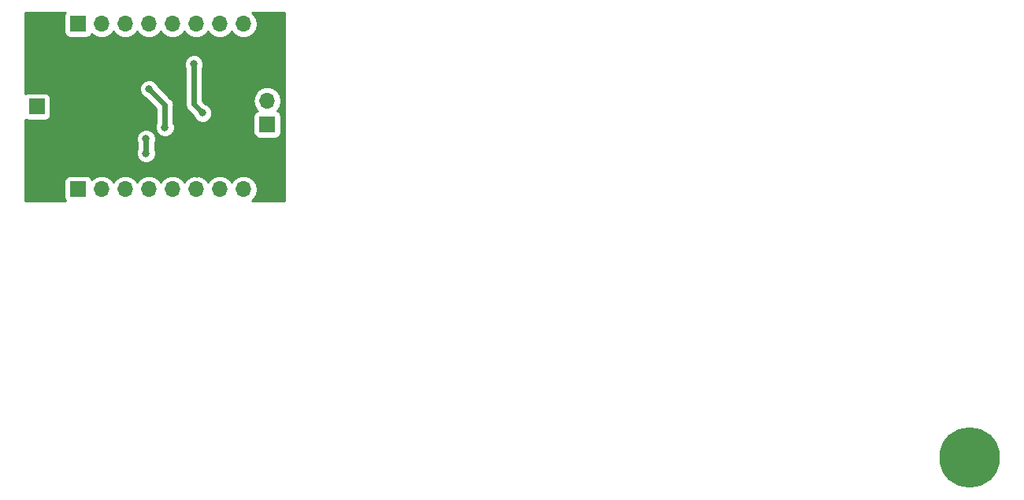
<source format=gbr>
G04 #@! TF.GenerationSoftware,KiCad,Pcbnew,(5.0.0-3-g5ebb6b6)*
G04 #@! TF.CreationDate,2019-03-02T11:42:57+00:00*
G04 #@! TF.ProjectId,WsonBagelBoard,57736F6E426167656C426F6172642E6B,rev?*
G04 #@! TF.SameCoordinates,Original*
G04 #@! TF.FileFunction,Copper,L2,Bot,Signal*
G04 #@! TF.FilePolarity,Positive*
%FSLAX46Y46*%
G04 Gerber Fmt 4.6, Leading zero omitted, Abs format (unit mm)*
G04 Created by KiCad (PCBNEW (5.0.0-3-g5ebb6b6)) date Saturday, 02 March 2019 at 11:42:57*
%MOMM*%
%LPD*%
G01*
G04 APERTURE LIST*
G04 #@! TA.AperFunction,ComponentPad*
%ADD10R,1.700000X1.700000*%
G04 #@! TD*
G04 #@! TA.AperFunction,ComponentPad*
%ADD11O,1.700000X1.700000*%
G04 #@! TD*
G04 #@! TA.AperFunction,ViaPad*
%ADD12C,0.600000*%
G04 #@! TD*
G04 #@! TA.AperFunction,Conductor*
%ADD13R,2.650000X1.000000*%
G04 #@! TD*
G04 #@! TA.AperFunction,WasherPad*
%ADD14C,6.497320*%
G04 #@! TD*
G04 #@! TA.AperFunction,ViaPad*
%ADD15C,0.800000*%
G04 #@! TD*
G04 #@! TA.AperFunction,Conductor*
%ADD16C,0.600000*%
G04 #@! TD*
G04 #@! TA.AperFunction,Conductor*
%ADD17C,0.400000*%
G04 #@! TD*
G04 #@! TA.AperFunction,Conductor*
%ADD18C,0.254000*%
G04 #@! TD*
G04 APERTURE END LIST*
D10*
G04 #@! TO.P,J_MNT1,1*
G04 #@! TO.N,N/C*
X104140000Y-53340000D03*
D11*
G04 #@! TO.P,J_MNT1,2*
X106680000Y-53340000D03*
G04 #@! TO.P,J_MNT1,3*
X109220000Y-53340000D03*
G04 #@! TO.P,J_MNT1,4*
X111760000Y-53340000D03*
G04 #@! TO.P,J_MNT1,5*
X114300000Y-53340000D03*
G04 #@! TO.P,J_MNT1,6*
X116840000Y-53340000D03*
G04 #@! TO.P,J_MNT1,7*
X119380000Y-53340000D03*
G04 #@! TO.P,J_MNT1,8*
X121920000Y-53340000D03*
G04 #@! TD*
G04 #@! TO.P,J_MNT2,8*
G04 #@! TO.N,N/C*
X121920000Y-71120000D03*
G04 #@! TO.P,J_MNT2,7*
X119380000Y-71120000D03*
G04 #@! TO.P,J_MNT2,6*
X116840000Y-71120000D03*
G04 #@! TO.P,J_MNT2,5*
X114300000Y-71120000D03*
G04 #@! TO.P,J_MNT2,4*
X111760000Y-71120000D03*
G04 #@! TO.P,J_MNT2,3*
X109220000Y-71120000D03*
G04 #@! TO.P,J_MNT2,2*
X106680000Y-71120000D03*
D10*
G04 #@! TO.P,J_MNT2,1*
X104140000Y-71120000D03*
G04 #@! TD*
G04 #@! TO.P,J_IN2,1*
G04 #@! TO.N,Net-(DP1-Pad2)*
X99695000Y-62230000D03*
D11*
G04 #@! TO.P,J_IN2,2*
G04 #@! TO.N,/GND*
X99695000Y-59690000D03*
G04 #@! TD*
D10*
G04 #@! TO.P,J_OUT1,1*
G04 #@! TO.N,/OUTREG+*
X124460000Y-64135000D03*
D11*
G04 #@! TO.P,J_OUT1,2*
G04 #@! TO.N,/OUTREG-*
X124460000Y-61595000D03*
G04 #@! TO.P,J_OUT1,3*
G04 #@! TO.N,/GND*
X124460000Y-59055000D03*
G04 #@! TD*
D12*
G04 #@! TO.N,/GND*
G04 #@! TO.C,U2*
X115506500Y-65468500D03*
X114506500Y-65468500D03*
X116506500Y-65468500D03*
D13*
X115506500Y-65468500D03*
G04 #@! TD*
D14*
G04 #@! TO.N,*
G04 #@! TO.C,REF\002A\002A*
X200000000Y-100000000D03*
G04 #@! TD*
D15*
G04 #@! TO.N,/GND*
X119443500Y-58229500D03*
X102235000Y-56388000D03*
X103441500Y-56388000D03*
X104648000Y-56388000D03*
X105854500Y-56388000D03*
X107061000Y-56388000D03*
X102235000Y-57531000D03*
X107061000Y-57531000D03*
X107061000Y-58674000D03*
X102235000Y-58674000D03*
X116890800Y-69443600D03*
G04 #@! TO.N,Net-(R1-Pad1)*
X111455200Y-65684400D03*
X111442500Y-67270023D03*
G04 #@! TO.N,/EN+*
X113471210Y-64452500D03*
X111760000Y-60325000D03*
G04 #@! TO.N,/EN-*
X116586000Y-57658000D03*
X117525798Y-62915800D03*
G04 #@! TD*
D16*
G04 #@! TO.N,Net-(R1-Pad1)*
X111455200Y-65684400D02*
X111455200Y-67257323D01*
D17*
X111455200Y-67257323D02*
X111442500Y-67270023D01*
D16*
G04 #@! TO.N,/EN+*
X113471210Y-64452500D02*
X113471210Y-62036210D01*
X113471210Y-62036210D02*
X112159999Y-60724999D01*
X112159999Y-60724999D02*
X111760000Y-60325000D01*
G04 #@! TO.N,/EN-*
X116586000Y-61976002D02*
X117525798Y-62915800D01*
X116586000Y-57658000D02*
X116586000Y-61976002D01*
G04 #@! TD*
D18*
G04 #@! TO.N,/GND*
G36*
X102691843Y-52242235D02*
X102642560Y-52490000D01*
X102642560Y-54190000D01*
X102691843Y-54437765D01*
X102832191Y-54647809D01*
X103042235Y-54788157D01*
X103290000Y-54837440D01*
X104990000Y-54837440D01*
X105237765Y-54788157D01*
X105447809Y-54647809D01*
X105588157Y-54437765D01*
X105597184Y-54392381D01*
X105609375Y-54410625D01*
X106100582Y-54738839D01*
X106533744Y-54825000D01*
X106826256Y-54825000D01*
X107259418Y-54738839D01*
X107750625Y-54410625D01*
X107950000Y-54112239D01*
X108149375Y-54410625D01*
X108640582Y-54738839D01*
X109073744Y-54825000D01*
X109366256Y-54825000D01*
X109799418Y-54738839D01*
X110290625Y-54410625D01*
X110490000Y-54112239D01*
X110689375Y-54410625D01*
X111180582Y-54738839D01*
X111613744Y-54825000D01*
X111906256Y-54825000D01*
X112339418Y-54738839D01*
X112830625Y-54410625D01*
X113030000Y-54112239D01*
X113229375Y-54410625D01*
X113720582Y-54738839D01*
X114153744Y-54825000D01*
X114446256Y-54825000D01*
X114879418Y-54738839D01*
X115370625Y-54410625D01*
X115570000Y-54112239D01*
X115769375Y-54410625D01*
X116260582Y-54738839D01*
X116693744Y-54825000D01*
X116986256Y-54825000D01*
X117419418Y-54738839D01*
X117910625Y-54410625D01*
X118110000Y-54112239D01*
X118309375Y-54410625D01*
X118800582Y-54738839D01*
X119233744Y-54825000D01*
X119526256Y-54825000D01*
X119959418Y-54738839D01*
X120450625Y-54410625D01*
X120650000Y-54112239D01*
X120849375Y-54410625D01*
X121340582Y-54738839D01*
X121773744Y-54825000D01*
X122066256Y-54825000D01*
X122499418Y-54738839D01*
X122990625Y-54410625D01*
X123318839Y-53919418D01*
X123434092Y-53340000D01*
X123318839Y-52760582D01*
X122990625Y-52269375D01*
X122804485Y-52145000D01*
X126290001Y-52145000D01*
X126290000Y-72315000D01*
X122804485Y-72315000D01*
X122990625Y-72190625D01*
X123318839Y-71699418D01*
X123434092Y-71120000D01*
X123318839Y-70540582D01*
X122990625Y-70049375D01*
X122499418Y-69721161D01*
X122066256Y-69635000D01*
X121773744Y-69635000D01*
X121340582Y-69721161D01*
X120849375Y-70049375D01*
X120650000Y-70347761D01*
X120450625Y-70049375D01*
X119959418Y-69721161D01*
X119526256Y-69635000D01*
X119233744Y-69635000D01*
X118800582Y-69721161D01*
X118309375Y-70049375D01*
X118110000Y-70347761D01*
X117910625Y-70049375D01*
X117419418Y-69721161D01*
X116986256Y-69635000D01*
X116693744Y-69635000D01*
X116260582Y-69721161D01*
X115769375Y-70049375D01*
X115570000Y-70347761D01*
X115370625Y-70049375D01*
X114879418Y-69721161D01*
X114446256Y-69635000D01*
X114153744Y-69635000D01*
X113720582Y-69721161D01*
X113229375Y-70049375D01*
X113030000Y-70347761D01*
X112830625Y-70049375D01*
X112339418Y-69721161D01*
X111906256Y-69635000D01*
X111613744Y-69635000D01*
X111180582Y-69721161D01*
X110689375Y-70049375D01*
X110490000Y-70347761D01*
X110290625Y-70049375D01*
X109799418Y-69721161D01*
X109366256Y-69635000D01*
X109073744Y-69635000D01*
X108640582Y-69721161D01*
X108149375Y-70049375D01*
X107950000Y-70347761D01*
X107750625Y-70049375D01*
X107259418Y-69721161D01*
X106826256Y-69635000D01*
X106533744Y-69635000D01*
X106100582Y-69721161D01*
X105609375Y-70049375D01*
X105597184Y-70067619D01*
X105588157Y-70022235D01*
X105447809Y-69812191D01*
X105237765Y-69671843D01*
X104990000Y-69622560D01*
X103290000Y-69622560D01*
X103042235Y-69671843D01*
X102832191Y-69812191D01*
X102691843Y-70022235D01*
X102642560Y-70270000D01*
X102642560Y-71970000D01*
X102691843Y-72217765D01*
X102756814Y-72315000D01*
X98500000Y-72315000D01*
X98500000Y-67064149D01*
X110407500Y-67064149D01*
X110407500Y-67475897D01*
X110565069Y-67856303D01*
X110856220Y-68147454D01*
X111236626Y-68305023D01*
X111648374Y-68305023D01*
X112028780Y-68147454D01*
X112319931Y-67856303D01*
X112477500Y-67475897D01*
X112477500Y-67064149D01*
X112390200Y-66853388D01*
X112390200Y-66131696D01*
X112490200Y-65890274D01*
X112490200Y-65478526D01*
X112332631Y-65098120D01*
X112041480Y-64806969D01*
X111661074Y-64649400D01*
X111249326Y-64649400D01*
X110868920Y-64806969D01*
X110577769Y-65098120D01*
X110420200Y-65478526D01*
X110420200Y-65890274D01*
X110520200Y-66131697D01*
X110520201Y-66792065D01*
X110407500Y-67064149D01*
X98500000Y-67064149D01*
X98500000Y-63613186D01*
X98597235Y-63678157D01*
X98845000Y-63727440D01*
X100545000Y-63727440D01*
X100792765Y-63678157D01*
X101002809Y-63537809D01*
X101143157Y-63327765D01*
X101192440Y-63080000D01*
X101192440Y-61380000D01*
X101143157Y-61132235D01*
X101002809Y-60922191D01*
X100792765Y-60781843D01*
X100545000Y-60732560D01*
X98845000Y-60732560D01*
X98597235Y-60781843D01*
X98500000Y-60846814D01*
X98500000Y-60119126D01*
X110725000Y-60119126D01*
X110725000Y-60530874D01*
X110882569Y-60911280D01*
X111173720Y-61202431D01*
X111415142Y-61302431D01*
X111433740Y-61321029D01*
X112536211Y-62423501D01*
X112536210Y-64005204D01*
X112436210Y-64246626D01*
X112436210Y-64658374D01*
X112593779Y-65038780D01*
X112884930Y-65329931D01*
X113265336Y-65487500D01*
X113677084Y-65487500D01*
X114057490Y-65329931D01*
X114348641Y-65038780D01*
X114506210Y-64658374D01*
X114506210Y-64246626D01*
X114406210Y-64005204D01*
X114406210Y-62128291D01*
X114424526Y-62036209D01*
X114406210Y-61944127D01*
X114406210Y-61944124D01*
X114351960Y-61671391D01*
X114145307Y-61362113D01*
X114067241Y-61309951D01*
X112756029Y-59998740D01*
X112737431Y-59980142D01*
X112637431Y-59738720D01*
X112346280Y-59447569D01*
X111965874Y-59290000D01*
X111554126Y-59290000D01*
X111173720Y-59447569D01*
X110882569Y-59738720D01*
X110725000Y-60119126D01*
X98500000Y-60119126D01*
X98500000Y-57452126D01*
X115551000Y-57452126D01*
X115551000Y-57863874D01*
X115651000Y-58105296D01*
X115651001Y-61883912D01*
X115632683Y-61976002D01*
X115705250Y-62340820D01*
X115705251Y-62340821D01*
X115911904Y-62650099D01*
X115989970Y-62702261D01*
X116548367Y-63260659D01*
X116648367Y-63502080D01*
X116939518Y-63793231D01*
X117319924Y-63950800D01*
X117731672Y-63950800D01*
X118112078Y-63793231D01*
X118403229Y-63502080D01*
X118560798Y-63121674D01*
X118560798Y-62709926D01*
X118403229Y-62329520D01*
X118112078Y-62038369D01*
X117870657Y-61938369D01*
X117527288Y-61595000D01*
X122945908Y-61595000D01*
X123061161Y-62174418D01*
X123389375Y-62665625D01*
X123407619Y-62677816D01*
X123362235Y-62686843D01*
X123152191Y-62827191D01*
X123011843Y-63037235D01*
X122962560Y-63285000D01*
X122962560Y-64985000D01*
X123011843Y-65232765D01*
X123152191Y-65442809D01*
X123362235Y-65583157D01*
X123610000Y-65632440D01*
X125310000Y-65632440D01*
X125557765Y-65583157D01*
X125767809Y-65442809D01*
X125908157Y-65232765D01*
X125957440Y-64985000D01*
X125957440Y-63285000D01*
X125908157Y-63037235D01*
X125767809Y-62827191D01*
X125557765Y-62686843D01*
X125512381Y-62677816D01*
X125530625Y-62665625D01*
X125858839Y-62174418D01*
X125974092Y-61595000D01*
X125858839Y-61015582D01*
X125530625Y-60524375D01*
X125039418Y-60196161D01*
X124606256Y-60110000D01*
X124313744Y-60110000D01*
X123880582Y-60196161D01*
X123389375Y-60524375D01*
X123061161Y-61015582D01*
X122945908Y-61595000D01*
X117527288Y-61595000D01*
X117521000Y-61588713D01*
X117521000Y-58105296D01*
X117621000Y-57863874D01*
X117621000Y-57452126D01*
X117463431Y-57071720D01*
X117172280Y-56780569D01*
X116791874Y-56623000D01*
X116380126Y-56623000D01*
X115999720Y-56780569D01*
X115708569Y-57071720D01*
X115551000Y-57452126D01*
X98500000Y-57452126D01*
X98500000Y-52145000D01*
X102756814Y-52145000D01*
X102691843Y-52242235D01*
X102691843Y-52242235D01*
G37*
X102691843Y-52242235D02*
X102642560Y-52490000D01*
X102642560Y-54190000D01*
X102691843Y-54437765D01*
X102832191Y-54647809D01*
X103042235Y-54788157D01*
X103290000Y-54837440D01*
X104990000Y-54837440D01*
X105237765Y-54788157D01*
X105447809Y-54647809D01*
X105588157Y-54437765D01*
X105597184Y-54392381D01*
X105609375Y-54410625D01*
X106100582Y-54738839D01*
X106533744Y-54825000D01*
X106826256Y-54825000D01*
X107259418Y-54738839D01*
X107750625Y-54410625D01*
X107950000Y-54112239D01*
X108149375Y-54410625D01*
X108640582Y-54738839D01*
X109073744Y-54825000D01*
X109366256Y-54825000D01*
X109799418Y-54738839D01*
X110290625Y-54410625D01*
X110490000Y-54112239D01*
X110689375Y-54410625D01*
X111180582Y-54738839D01*
X111613744Y-54825000D01*
X111906256Y-54825000D01*
X112339418Y-54738839D01*
X112830625Y-54410625D01*
X113030000Y-54112239D01*
X113229375Y-54410625D01*
X113720582Y-54738839D01*
X114153744Y-54825000D01*
X114446256Y-54825000D01*
X114879418Y-54738839D01*
X115370625Y-54410625D01*
X115570000Y-54112239D01*
X115769375Y-54410625D01*
X116260582Y-54738839D01*
X116693744Y-54825000D01*
X116986256Y-54825000D01*
X117419418Y-54738839D01*
X117910625Y-54410625D01*
X118110000Y-54112239D01*
X118309375Y-54410625D01*
X118800582Y-54738839D01*
X119233744Y-54825000D01*
X119526256Y-54825000D01*
X119959418Y-54738839D01*
X120450625Y-54410625D01*
X120650000Y-54112239D01*
X120849375Y-54410625D01*
X121340582Y-54738839D01*
X121773744Y-54825000D01*
X122066256Y-54825000D01*
X122499418Y-54738839D01*
X122990625Y-54410625D01*
X123318839Y-53919418D01*
X123434092Y-53340000D01*
X123318839Y-52760582D01*
X122990625Y-52269375D01*
X122804485Y-52145000D01*
X126290001Y-52145000D01*
X126290000Y-72315000D01*
X122804485Y-72315000D01*
X122990625Y-72190625D01*
X123318839Y-71699418D01*
X123434092Y-71120000D01*
X123318839Y-70540582D01*
X122990625Y-70049375D01*
X122499418Y-69721161D01*
X122066256Y-69635000D01*
X121773744Y-69635000D01*
X121340582Y-69721161D01*
X120849375Y-70049375D01*
X120650000Y-70347761D01*
X120450625Y-70049375D01*
X119959418Y-69721161D01*
X119526256Y-69635000D01*
X119233744Y-69635000D01*
X118800582Y-69721161D01*
X118309375Y-70049375D01*
X118110000Y-70347761D01*
X117910625Y-70049375D01*
X117419418Y-69721161D01*
X116986256Y-69635000D01*
X116693744Y-69635000D01*
X116260582Y-69721161D01*
X115769375Y-70049375D01*
X115570000Y-70347761D01*
X115370625Y-70049375D01*
X114879418Y-69721161D01*
X114446256Y-69635000D01*
X114153744Y-69635000D01*
X113720582Y-69721161D01*
X113229375Y-70049375D01*
X113030000Y-70347761D01*
X112830625Y-70049375D01*
X112339418Y-69721161D01*
X111906256Y-69635000D01*
X111613744Y-69635000D01*
X111180582Y-69721161D01*
X110689375Y-70049375D01*
X110490000Y-70347761D01*
X110290625Y-70049375D01*
X109799418Y-69721161D01*
X109366256Y-69635000D01*
X109073744Y-69635000D01*
X108640582Y-69721161D01*
X108149375Y-70049375D01*
X107950000Y-70347761D01*
X107750625Y-70049375D01*
X107259418Y-69721161D01*
X106826256Y-69635000D01*
X106533744Y-69635000D01*
X106100582Y-69721161D01*
X105609375Y-70049375D01*
X105597184Y-70067619D01*
X105588157Y-70022235D01*
X105447809Y-69812191D01*
X105237765Y-69671843D01*
X104990000Y-69622560D01*
X103290000Y-69622560D01*
X103042235Y-69671843D01*
X102832191Y-69812191D01*
X102691843Y-70022235D01*
X102642560Y-70270000D01*
X102642560Y-71970000D01*
X102691843Y-72217765D01*
X102756814Y-72315000D01*
X98500000Y-72315000D01*
X98500000Y-67064149D01*
X110407500Y-67064149D01*
X110407500Y-67475897D01*
X110565069Y-67856303D01*
X110856220Y-68147454D01*
X111236626Y-68305023D01*
X111648374Y-68305023D01*
X112028780Y-68147454D01*
X112319931Y-67856303D01*
X112477500Y-67475897D01*
X112477500Y-67064149D01*
X112390200Y-66853388D01*
X112390200Y-66131696D01*
X112490200Y-65890274D01*
X112490200Y-65478526D01*
X112332631Y-65098120D01*
X112041480Y-64806969D01*
X111661074Y-64649400D01*
X111249326Y-64649400D01*
X110868920Y-64806969D01*
X110577769Y-65098120D01*
X110420200Y-65478526D01*
X110420200Y-65890274D01*
X110520200Y-66131697D01*
X110520201Y-66792065D01*
X110407500Y-67064149D01*
X98500000Y-67064149D01*
X98500000Y-63613186D01*
X98597235Y-63678157D01*
X98845000Y-63727440D01*
X100545000Y-63727440D01*
X100792765Y-63678157D01*
X101002809Y-63537809D01*
X101143157Y-63327765D01*
X101192440Y-63080000D01*
X101192440Y-61380000D01*
X101143157Y-61132235D01*
X101002809Y-60922191D01*
X100792765Y-60781843D01*
X100545000Y-60732560D01*
X98845000Y-60732560D01*
X98597235Y-60781843D01*
X98500000Y-60846814D01*
X98500000Y-60119126D01*
X110725000Y-60119126D01*
X110725000Y-60530874D01*
X110882569Y-60911280D01*
X111173720Y-61202431D01*
X111415142Y-61302431D01*
X111433740Y-61321029D01*
X112536211Y-62423501D01*
X112536210Y-64005204D01*
X112436210Y-64246626D01*
X112436210Y-64658374D01*
X112593779Y-65038780D01*
X112884930Y-65329931D01*
X113265336Y-65487500D01*
X113677084Y-65487500D01*
X114057490Y-65329931D01*
X114348641Y-65038780D01*
X114506210Y-64658374D01*
X114506210Y-64246626D01*
X114406210Y-64005204D01*
X114406210Y-62128291D01*
X114424526Y-62036209D01*
X114406210Y-61944127D01*
X114406210Y-61944124D01*
X114351960Y-61671391D01*
X114145307Y-61362113D01*
X114067241Y-61309951D01*
X112756029Y-59998740D01*
X112737431Y-59980142D01*
X112637431Y-59738720D01*
X112346280Y-59447569D01*
X111965874Y-59290000D01*
X111554126Y-59290000D01*
X111173720Y-59447569D01*
X110882569Y-59738720D01*
X110725000Y-60119126D01*
X98500000Y-60119126D01*
X98500000Y-57452126D01*
X115551000Y-57452126D01*
X115551000Y-57863874D01*
X115651000Y-58105296D01*
X115651001Y-61883912D01*
X115632683Y-61976002D01*
X115705250Y-62340820D01*
X115705251Y-62340821D01*
X115911904Y-62650099D01*
X115989970Y-62702261D01*
X116548367Y-63260659D01*
X116648367Y-63502080D01*
X116939518Y-63793231D01*
X117319924Y-63950800D01*
X117731672Y-63950800D01*
X118112078Y-63793231D01*
X118403229Y-63502080D01*
X118560798Y-63121674D01*
X118560798Y-62709926D01*
X118403229Y-62329520D01*
X118112078Y-62038369D01*
X117870657Y-61938369D01*
X117527288Y-61595000D01*
X122945908Y-61595000D01*
X123061161Y-62174418D01*
X123389375Y-62665625D01*
X123407619Y-62677816D01*
X123362235Y-62686843D01*
X123152191Y-62827191D01*
X123011843Y-63037235D01*
X122962560Y-63285000D01*
X122962560Y-64985000D01*
X123011843Y-65232765D01*
X123152191Y-65442809D01*
X123362235Y-65583157D01*
X123610000Y-65632440D01*
X125310000Y-65632440D01*
X125557765Y-65583157D01*
X125767809Y-65442809D01*
X125908157Y-65232765D01*
X125957440Y-64985000D01*
X125957440Y-63285000D01*
X125908157Y-63037235D01*
X125767809Y-62827191D01*
X125557765Y-62686843D01*
X125512381Y-62677816D01*
X125530625Y-62665625D01*
X125858839Y-62174418D01*
X125974092Y-61595000D01*
X125858839Y-61015582D01*
X125530625Y-60524375D01*
X125039418Y-60196161D01*
X124606256Y-60110000D01*
X124313744Y-60110000D01*
X123880582Y-60196161D01*
X123389375Y-60524375D01*
X123061161Y-61015582D01*
X122945908Y-61595000D01*
X117527288Y-61595000D01*
X117521000Y-61588713D01*
X117521000Y-58105296D01*
X117621000Y-57863874D01*
X117621000Y-57452126D01*
X117463431Y-57071720D01*
X117172280Y-56780569D01*
X116791874Y-56623000D01*
X116380126Y-56623000D01*
X115999720Y-56780569D01*
X115708569Y-57071720D01*
X115551000Y-57452126D01*
X98500000Y-57452126D01*
X98500000Y-52145000D01*
X102756814Y-52145000D01*
X102691843Y-52242235D01*
G04 #@! TD*
M02*

</source>
